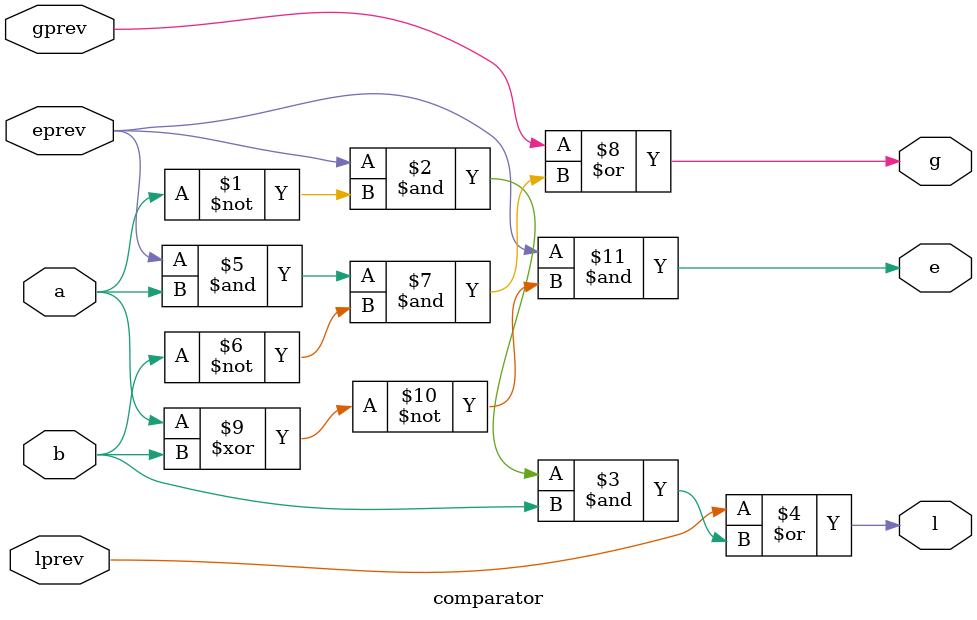
<source format=v>
`timescale 1ns / 1ps
module comparator(a,b,gprev,lprev,eprev,g,l,e);

	input a,b,gprev,lprev,eprev;
	output g,l,e;
	wire g,l,e;
	
	assign l = lprev | (eprev & ~a & b);
	assign g = gprev | (eprev & a & ~b);
	assign e = eprev & (~(a^b));


endmodule

</source>
